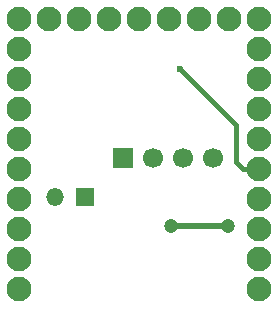
<source format=gbr>
G04 #@! TF.FileFunction,Copper,L2,Bot,Signal*
%FSLAX46Y46*%
G04 Gerber Fmt 4.6, Leading zero omitted, Abs format (unit mm)*
G04 Created by KiCad (PCBNEW 4.0.6) date 07/30/17 19:43:23*
%MOMM*%
%LPD*%
G01*
G04 APERTURE LIST*
%ADD10C,0.100000*%
%ADD11R,1.500000X1.500000*%
%ADD12O,1.500000X1.500000*%
%ADD13R,1.700000X1.700000*%
%ADD14C,1.700000*%
%ADD15C,2.100000*%
%ADD16C,1.200000*%
%ADD17C,0.600000*%
%ADD18C,0.500000*%
%ADD19C,0.400000*%
G04 APERTURE END LIST*
D10*
D11*
X146861000Y-80355000D03*
D12*
X144321000Y-80355000D03*
D13*
X150037800Y-77038200D03*
D14*
X152577800Y-77038200D03*
X155117800Y-77038200D03*
X157657800Y-77038200D03*
D15*
X161581000Y-67845000D03*
X161581000Y-70385000D03*
X161581000Y-72925000D03*
X161581000Y-75465000D03*
X161581000Y-78005000D03*
X161581000Y-80545000D03*
X161581000Y-83085000D03*
X161581000Y-85625000D03*
X161581000Y-88165000D03*
X161581000Y-65305000D03*
X159041000Y-65305000D03*
X156501000Y-65305000D03*
X153961000Y-65305000D03*
X151421000Y-65305000D03*
X148881000Y-65305000D03*
X146341000Y-65305000D03*
X143801000Y-65305000D03*
X141261000Y-65305000D03*
X141261000Y-67845000D03*
X141261000Y-70385000D03*
X141261000Y-72925000D03*
X141261000Y-75465000D03*
X141261000Y-78005000D03*
X141261000Y-80545000D03*
X141261000Y-83085000D03*
X141261000Y-85625000D03*
X141261000Y-88165000D03*
D16*
X154101800Y-82778600D03*
X158927800Y-82778600D03*
D17*
X154881000Y-69545000D03*
D18*
X158927800Y-82778600D02*
X154101800Y-82778600D01*
D19*
X159591000Y-77375000D02*
X160219400Y-78003400D01*
X159591000Y-74255000D02*
X159591000Y-77375000D01*
X154881000Y-69545000D02*
X159591000Y-74255000D01*
X160219400Y-78003400D02*
X161569400Y-78003400D01*
M02*

</source>
